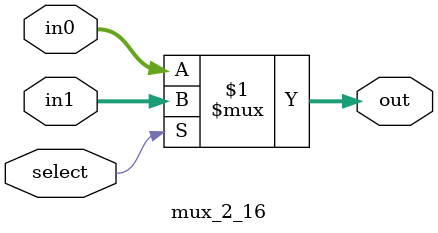
<source format=v>
module mux_2_16(out, select, in0, in1);
    input select;
    input [15:0] in0, in1;
    output [15:0] out;
    assign out = select ? in1 : in0;
endmodule
</source>
